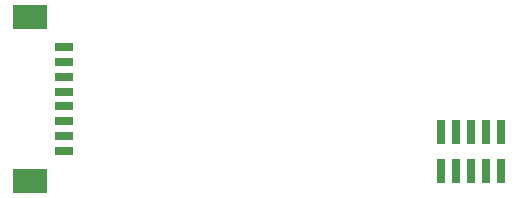
<source format=gtp>
G04*
G04 #@! TF.GenerationSoftware,Altium Limited,Altium Designer,18.0.11 (651)*
G04*
G04 Layer_Color=8421504*
%FSLAX25Y25*%
%MOIN*%
G70*
G01*
G75*
%ADD11R,0.02559X0.07874*%
%ADD12R,0.06299X0.03150*%
%ADD13R,0.11811X0.08268*%
D11*
X157638Y24748D02*
D03*
X167559D02*
D03*
X162638D02*
D03*
X152638D02*
D03*
X147638D02*
D03*
X167559Y11748D02*
D03*
X162638D02*
D03*
X157638D02*
D03*
X152638D02*
D03*
X147638D02*
D03*
D12*
X22000Y18504D02*
D03*
Y23425D02*
D03*
Y28346D02*
D03*
Y33268D02*
D03*
Y38189D02*
D03*
Y43110D02*
D03*
Y48031D02*
D03*
Y52953D02*
D03*
D13*
X10583Y62992D02*
D03*
Y8465D02*
D03*
M02*

</source>
